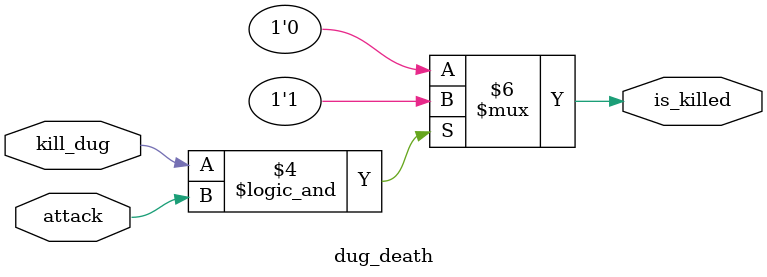
<source format=sv>
module dug_death(input kill_dug, 
                input attack, 
					 output is_killed);
		always_comb 
		begin
			if(kill_dug == 1'b1 && attack == 1'b1)
				is_killed = 1'b1;
			else 
				is_killed = 1'b0; 
		end	
endmodule 
</source>
